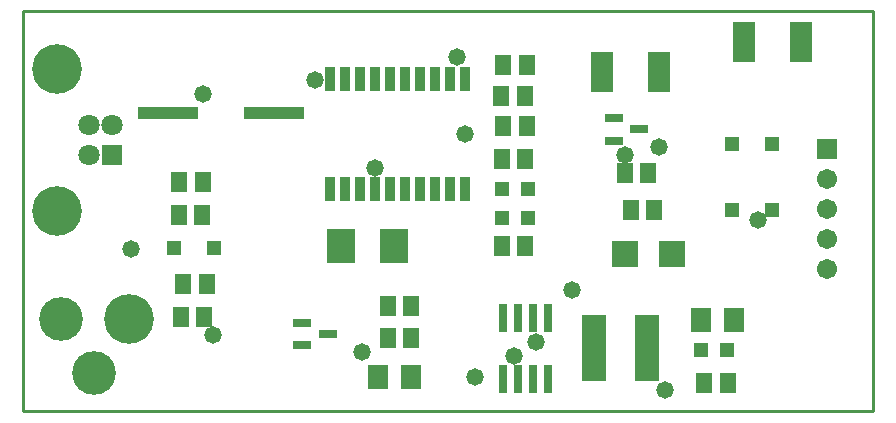
<source format=gts>
G04 Layer_Color=8388736*
%FSLAX44Y44*%
%MOMM*%
G71*
G01*
G75*
%ADD10C,0.2540*%
%ADD11R,1.5240X0.7620*%
%ADD12R,1.5240X0.7112*%
%ADD13R,5.2032X1.0032*%
%ADD14R,1.4032X1.8032*%
%ADD15R,1.8032X2.0032*%
%ADD16R,2.2032X2.2032*%
%ADD17R,1.8832X3.3532*%
%ADD18R,2.0032X5.7032*%
%ADD19R,1.3032X1.3032*%
%ADD20R,2.4032X3.0032*%
%ADD21R,1.2032X1.2032*%
%ADD22R,0.8532X2.0532*%
%ADD23R,0.8032X2.4032*%
%ADD24C,4.2032*%
%ADD25C,1.8032*%
%ADD26R,1.8032X1.8032*%
%ADD27C,3.7032*%
%ADD28R,1.7032X1.7032*%
%ADD29C,1.7032*%
%ADD30C,1.4732*%
D10*
X325120Y307340D02*
Y646430D01*
Y307340D02*
X1045210D01*
X325120Y646430D02*
X1045210D01*
Y307340D02*
Y646430D01*
D11*
X825246Y555498D02*
D03*
Y536702D02*
D03*
X561340Y382270D02*
D03*
Y363474D02*
D03*
D12*
X847090Y546100D02*
D03*
X583184Y372872D02*
D03*
D13*
X447760Y560070D02*
D03*
X537760D02*
D03*
D14*
X654050Y396240D02*
D03*
X634050D02*
D03*
Y369570D02*
D03*
X654050D02*
D03*
X859630Y477520D02*
D03*
X839630D02*
D03*
X834710Y509270D02*
D03*
X854710D02*
D03*
X730570Y520700D02*
D03*
X750570D02*
D03*
X731680Y548640D02*
D03*
X751680D02*
D03*
X730570Y447040D02*
D03*
X750570D02*
D03*
X457200Y473710D02*
D03*
X477200D02*
D03*
X457360Y501650D02*
D03*
X477360D02*
D03*
X458630Y387350D02*
D03*
X478630D02*
D03*
X461010Y415290D02*
D03*
X481010D02*
D03*
X732000Y600710D02*
D03*
X752000D02*
D03*
X730250Y574040D02*
D03*
X750250D02*
D03*
X922020Y331470D02*
D03*
X902020D02*
D03*
D15*
X626080Y336550D02*
D03*
X654080D02*
D03*
X927130Y384810D02*
D03*
X899130D02*
D03*
D16*
X834710Y440690D02*
D03*
X874710D02*
D03*
D17*
X863370Y594360D02*
D03*
X815570D02*
D03*
X983900Y620000D02*
D03*
X936100D02*
D03*
D18*
X853990Y360680D02*
D03*
X808990D02*
D03*
D19*
X730680Y471170D02*
D03*
X752680D02*
D03*
X730680Y495300D02*
D03*
X752680D02*
D03*
X921590Y359410D02*
D03*
X899590D02*
D03*
D20*
X639720Y447040D02*
D03*
X594720D02*
D03*
D21*
X452900Y445770D02*
D03*
X486900D02*
D03*
X925340Y477520D02*
D03*
X959340D02*
D03*
X925340Y533400D02*
D03*
X959340D02*
D03*
D22*
X585470Y589040D02*
D03*
X598170D02*
D03*
X610870D02*
D03*
X623570D02*
D03*
X636270D02*
D03*
X648970D02*
D03*
X661670D02*
D03*
X674370D02*
D03*
X687070D02*
D03*
X699770D02*
D03*
Y495540D02*
D03*
X687070D02*
D03*
X674370D02*
D03*
X661670D02*
D03*
X648970D02*
D03*
X636270D02*
D03*
X623570D02*
D03*
X610870D02*
D03*
X598170D02*
D03*
X585470D02*
D03*
D23*
X769620Y386679D02*
D03*
X756920D02*
D03*
X731520D02*
D03*
X769620Y334679D02*
D03*
X756920D02*
D03*
X731520D02*
D03*
X744220Y386679D02*
D03*
Y334679D02*
D03*
D24*
X353900Y476810D02*
D03*
Y597210D02*
D03*
X415370Y385920D02*
D03*
D25*
X401000Y549510D02*
D03*
X381000D02*
D03*
Y524510D02*
D03*
D26*
X401000D02*
D03*
D27*
X385370Y339920D02*
D03*
X357370Y385920D02*
D03*
D28*
X1005840Y529590D02*
D03*
D29*
Y478790D02*
D03*
Y504190D02*
D03*
Y453390D02*
D03*
Y427990D02*
D03*
D30*
X623570Y513842D02*
D03*
X834898Y524510D02*
D03*
X486156Y372364D02*
D03*
X707644Y336296D02*
D03*
X477266Y576326D02*
D03*
X790000Y410000D02*
D03*
X692658Y607060D02*
D03*
X699770Y542544D02*
D03*
X759460Y366522D02*
D03*
X947674Y469646D02*
D03*
X741172Y354584D02*
D03*
X868426Y325882D02*
D03*
X863370Y531186D02*
D03*
X572500Y588010D02*
D03*
X416450Y445000D02*
D03*
X612500Y357500D02*
D03*
M02*

</source>
